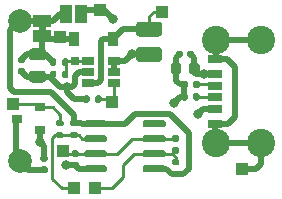
<source format=gbr>
%TF.GenerationSoftware,KiCad,Pcbnew,(5.1.10)-1*%
%TF.CreationDate,2021-05-31T11:52:34-04:00*%
%TF.ProjectId,Charger,43686172-6765-4722-9e6b-696361645f70,rev?*%
%TF.SameCoordinates,Original*%
%TF.FileFunction,Copper,L2,Bot*%
%TF.FilePolarity,Positive*%
%FSLAX46Y46*%
G04 Gerber Fmt 4.6, Leading zero omitted, Abs format (unit mm)*
G04 Created by KiCad (PCBNEW (5.1.10)-1) date 2021-05-31 11:52:34*
%MOMM*%
%LPD*%
G01*
G04 APERTURE LIST*
%TA.AperFunction,EtchedComponent*%
%ADD10C,0.100000*%
%TD*%
%TA.AperFunction,SMDPad,CuDef*%
%ADD11R,0.700000X0.700000*%
%TD*%
%TA.AperFunction,ComponentPad*%
%ADD12C,2.000000*%
%TD*%
%TA.AperFunction,ComponentPad*%
%ADD13C,2.400000*%
%TD*%
%TA.AperFunction,SMDPad,CuDef*%
%ADD14R,1.200000X0.800000*%
%TD*%
%TA.AperFunction,SMDPad,CuDef*%
%ADD15R,1.000000X1.000000*%
%TD*%
%TA.AperFunction,SMDPad,CuDef*%
%ADD16R,0.900000X0.800000*%
%TD*%
%TA.AperFunction,SMDPad,CuDef*%
%ADD17R,1.060000X0.650000*%
%TD*%
%TA.AperFunction,SMDPad,CuDef*%
%ADD18R,1.000000X1.500000*%
%TD*%
%TA.AperFunction,SMDPad,CuDef*%
%ADD19R,1.500000X1.000000*%
%TD*%
%TA.AperFunction,SMDPad,CuDef*%
%ADD20R,0.900000X1.200000*%
%TD*%
%TA.AperFunction,ViaPad*%
%ADD21C,0.800000*%
%TD*%
%TA.AperFunction,Conductor*%
%ADD22C,0.500000*%
%TD*%
%TA.AperFunction,Conductor*%
%ADD23C,0.250000*%
%TD*%
G04 APERTURE END LIST*
D10*
%TO.C,JP1*%
G36*
X141900000Y-94900000D02*
G01*
X141900000Y-94400000D01*
X141300000Y-94400000D01*
X141300000Y-94900000D01*
X141900000Y-94900000D01*
G37*
%TD*%
D11*
%TO.P,TP7,1*%
%TO.N,Net-(R4-Pad1)*%
X144400000Y-97400000D03*
%TD*%
D12*
%TO.P,J3,1*%
%TO.N,Net-(C6-Pad1)*%
X139700000Y-105900000D03*
%TD*%
%TO.P,J2,1*%
%TO.N,+9V*%
X139700000Y-94000000D03*
%TD*%
D13*
%TO.P,J1,S1*%
%TO.N,GND*%
X156350000Y-104320000D03*
X156350000Y-95680000D03*
X160150000Y-104320000D03*
X160150000Y-95680000D03*
D14*
%TO.P,J1,A12*%
X156200000Y-102750000D03*
%TO.P,J1,A9*%
%TO.N,VBUS*%
X156200000Y-101520000D03*
%TO.P,J1,B5*%
%TO.N,Net-(J1-PadB5)*%
X156200000Y-100500000D03*
%TO.P,J1,A5*%
%TO.N,Net-(J1-PadA5)*%
X156200000Y-99500000D03*
%TO.P,J1,B9*%
%TO.N,VBUS*%
X156200000Y-98480000D03*
%TO.P,J1,B12*%
%TO.N,GND*%
X156200000Y-97250000D03*
%TD*%
D15*
%TO.P,TP12,1*%
%TO.N,Net-(Q1-Pad1)*%
X139100000Y-101050000D03*
%TD*%
%TO.P,TP11,1*%
%TO.N,Net-(C5-Pad1)*%
X143400000Y-105000000D03*
%TD*%
%TO.P,TP10,1*%
%TO.N,Net-(R7-Pad1)*%
X146100000Y-108200000D03*
%TD*%
%TO.P,TP9,1*%
%TO.N,Net-(R6-Pad1)*%
X144300000Y-108200000D03*
%TD*%
%TO.P,TP8,1*%
%TO.N,VD*%
X143100000Y-95400000D03*
%TD*%
%TO.P,TP6,1*%
%TO.N,Net-(D1-Pad2)*%
X151750000Y-93250000D03*
%TD*%
%TO.P,TP5,1*%
%TO.N,Net-(R3-Pad2)*%
X147500000Y-100900000D03*
%TD*%
%TO.P,TP4,1*%
%TO.N,GND*%
X158500000Y-106600000D03*
%TD*%
%TO.P,TP3,1*%
%TO.N,VBUS*%
X146500000Y-93100000D03*
%TD*%
D16*
%TO.P,Q1,3*%
%TO.N,Net-(C6-Pad1)*%
X139450000Y-102300000D03*
%TO.P,Q1,2*%
%TO.N,GND*%
X141450000Y-103250000D03*
%TO.P,Q1,1*%
%TO.N,Net-(Q1-Pad1)*%
X141450000Y-101350000D03*
%TD*%
D17*
%TO.P,U1,5*%
%TO.N,VBUS*%
X147700000Y-98350000D03*
%TO.P,U1,6*%
%TO.N,Net-(R3-Pad2)*%
X147700000Y-99300000D03*
%TO.P,U1,4*%
%TO.N,VBUS*%
X147700000Y-97400000D03*
%TO.P,U1,3*%
%TO.N,Net-(R4-Pad1)*%
X145500000Y-97400000D03*
%TO.P,U1,2*%
%TO.N,GND*%
X145500000Y-98350000D03*
%TO.P,U1,1*%
%TO.N,Net-(D1-Pad2)*%
X145500000Y-99300000D03*
%TD*%
%TO.P,U2,8*%
%TO.N,+9V*%
%TA.AperFunction,SMDPad,CuDef*%
G36*
G01*
X150100000Y-106705000D02*
X150100000Y-106405000D01*
G75*
G02*
X150250000Y-106255000I150000J0D01*
G01*
X151900000Y-106255000D01*
G75*
G02*
X152050000Y-106405000I0J-150000D01*
G01*
X152050000Y-106705000D01*
G75*
G02*
X151900000Y-106855000I-150000J0D01*
G01*
X150250000Y-106855000D01*
G75*
G02*
X150100000Y-106705000I0J150000D01*
G01*
G37*
%TD.AperFunction*%
%TO.P,U2,7*%
%TO.N,Net-(R7-Pad1)*%
%TA.AperFunction,SMDPad,CuDef*%
G36*
G01*
X150100000Y-105435000D02*
X150100000Y-105135000D01*
G75*
G02*
X150250000Y-104985000I150000J0D01*
G01*
X151900000Y-104985000D01*
G75*
G02*
X152050000Y-105135000I0J-150000D01*
G01*
X152050000Y-105435000D01*
G75*
G02*
X151900000Y-105585000I-150000J0D01*
G01*
X150250000Y-105585000D01*
G75*
G02*
X150100000Y-105435000I0J150000D01*
G01*
G37*
%TD.AperFunction*%
%TO.P,U2,6*%
%TO.N,Net-(C5-Pad1)*%
%TA.AperFunction,SMDPad,CuDef*%
G36*
G01*
X150100000Y-104165000D02*
X150100000Y-103865000D01*
G75*
G02*
X150250000Y-103715000I150000J0D01*
G01*
X151900000Y-103715000D01*
G75*
G02*
X152050000Y-103865000I0J-150000D01*
G01*
X152050000Y-104165000D01*
G75*
G02*
X151900000Y-104315000I-150000J0D01*
G01*
X150250000Y-104315000D01*
G75*
G02*
X150100000Y-104165000I0J150000D01*
G01*
G37*
%TD.AperFunction*%
%TO.P,U2,5*%
%TO.N,N/C*%
%TA.AperFunction,SMDPad,CuDef*%
G36*
G01*
X150100000Y-102895000D02*
X150100000Y-102595000D01*
G75*
G02*
X150250000Y-102445000I150000J0D01*
G01*
X151900000Y-102445000D01*
G75*
G02*
X152050000Y-102595000I0J-150000D01*
G01*
X152050000Y-102895000D01*
G75*
G02*
X151900000Y-103045000I-150000J0D01*
G01*
X150250000Y-103045000D01*
G75*
G02*
X150100000Y-102895000I0J150000D01*
G01*
G37*
%TD.AperFunction*%
%TO.P,U2,4*%
%TO.N,+9V*%
%TA.AperFunction,SMDPad,CuDef*%
G36*
G01*
X145150000Y-102895000D02*
X145150000Y-102595000D01*
G75*
G02*
X145300000Y-102445000I150000J0D01*
G01*
X146950000Y-102445000D01*
G75*
G02*
X147100000Y-102595000I0J-150000D01*
G01*
X147100000Y-102895000D01*
G75*
G02*
X146950000Y-103045000I-150000J0D01*
G01*
X145300000Y-103045000D01*
G75*
G02*
X145150000Y-102895000I0J150000D01*
G01*
G37*
%TD.AperFunction*%
%TO.P,U2,3*%
%TO.N,Net-(R6-Pad1)*%
%TA.AperFunction,SMDPad,CuDef*%
G36*
G01*
X145150000Y-104165000D02*
X145150000Y-103865000D01*
G75*
G02*
X145300000Y-103715000I150000J0D01*
G01*
X146950000Y-103715000D01*
G75*
G02*
X147100000Y-103865000I0J-150000D01*
G01*
X147100000Y-104165000D01*
G75*
G02*
X146950000Y-104315000I-150000J0D01*
G01*
X145300000Y-104315000D01*
G75*
G02*
X145150000Y-104165000I0J150000D01*
G01*
G37*
%TD.AperFunction*%
%TO.P,U2,2*%
%TO.N,Net-(C5-Pad1)*%
%TA.AperFunction,SMDPad,CuDef*%
G36*
G01*
X145150000Y-105435000D02*
X145150000Y-105135000D01*
G75*
G02*
X145300000Y-104985000I150000J0D01*
G01*
X146950000Y-104985000D01*
G75*
G02*
X147100000Y-105135000I0J-150000D01*
G01*
X147100000Y-105435000D01*
G75*
G02*
X146950000Y-105585000I-150000J0D01*
G01*
X145300000Y-105585000D01*
G75*
G02*
X145150000Y-105435000I0J150000D01*
G01*
G37*
%TD.AperFunction*%
%TO.P,U2,1*%
%TO.N,GND*%
%TA.AperFunction,SMDPad,CuDef*%
G36*
G01*
X145150000Y-106705000D02*
X145150000Y-106405000D01*
G75*
G02*
X145300000Y-106255000I150000J0D01*
G01*
X146950000Y-106255000D01*
G75*
G02*
X147100000Y-106405000I0J-150000D01*
G01*
X147100000Y-106705000D01*
G75*
G02*
X146950000Y-106855000I-150000J0D01*
G01*
X145300000Y-106855000D01*
G75*
G02*
X145150000Y-106705000I0J150000D01*
G01*
G37*
%TD.AperFunction*%
%TD*%
%TO.P,R9,2*%
%TO.N,Net-(R6-Pad1)*%
%TA.AperFunction,SMDPad,CuDef*%
G36*
G01*
X142915000Y-103440000D02*
X143285000Y-103440000D01*
G75*
G02*
X143420000Y-103575000I0J-135000D01*
G01*
X143420000Y-103845000D01*
G75*
G02*
X143285000Y-103980000I-135000J0D01*
G01*
X142915000Y-103980000D01*
G75*
G02*
X142780000Y-103845000I0J135000D01*
G01*
X142780000Y-103575000D01*
G75*
G02*
X142915000Y-103440000I135000J0D01*
G01*
G37*
%TD.AperFunction*%
%TO.P,R9,1*%
%TO.N,Net-(Q1-Pad1)*%
%TA.AperFunction,SMDPad,CuDef*%
G36*
G01*
X142915000Y-102420000D02*
X143285000Y-102420000D01*
G75*
G02*
X143420000Y-102555000I0J-135000D01*
G01*
X143420000Y-102825000D01*
G75*
G02*
X143285000Y-102960000I-135000J0D01*
G01*
X142915000Y-102960000D01*
G75*
G02*
X142780000Y-102825000I0J135000D01*
G01*
X142780000Y-102555000D01*
G75*
G02*
X142915000Y-102420000I135000J0D01*
G01*
G37*
%TD.AperFunction*%
%TD*%
%TO.P,R8,2*%
%TO.N,Net-(R7-Pad1)*%
%TA.AperFunction,SMDPad,CuDef*%
G36*
G01*
X152715000Y-104740000D02*
X153085000Y-104740000D01*
G75*
G02*
X153220000Y-104875000I0J-135000D01*
G01*
X153220000Y-105145000D01*
G75*
G02*
X153085000Y-105280000I-135000J0D01*
G01*
X152715000Y-105280000D01*
G75*
G02*
X152580000Y-105145000I0J135000D01*
G01*
X152580000Y-104875000D01*
G75*
G02*
X152715000Y-104740000I135000J0D01*
G01*
G37*
%TD.AperFunction*%
%TO.P,R8,1*%
%TO.N,Net-(C5-Pad1)*%
%TA.AperFunction,SMDPad,CuDef*%
G36*
G01*
X152715000Y-103720000D02*
X153085000Y-103720000D01*
G75*
G02*
X153220000Y-103855000I0J-135000D01*
G01*
X153220000Y-104125000D01*
G75*
G02*
X153085000Y-104260000I-135000J0D01*
G01*
X152715000Y-104260000D01*
G75*
G02*
X152580000Y-104125000I0J135000D01*
G01*
X152580000Y-103855000D01*
G75*
G02*
X152715000Y-103720000I135000J0D01*
G01*
G37*
%TD.AperFunction*%
%TD*%
%TO.P,R7,2*%
%TO.N,+9V*%
%TA.AperFunction,SMDPad,CuDef*%
G36*
G01*
X152715000Y-106740000D02*
X153085000Y-106740000D01*
G75*
G02*
X153220000Y-106875000I0J-135000D01*
G01*
X153220000Y-107145000D01*
G75*
G02*
X153085000Y-107280000I-135000J0D01*
G01*
X152715000Y-107280000D01*
G75*
G02*
X152580000Y-107145000I0J135000D01*
G01*
X152580000Y-106875000D01*
G75*
G02*
X152715000Y-106740000I135000J0D01*
G01*
G37*
%TD.AperFunction*%
%TO.P,R7,1*%
%TO.N,Net-(R7-Pad1)*%
%TA.AperFunction,SMDPad,CuDef*%
G36*
G01*
X152715000Y-105720000D02*
X153085000Y-105720000D01*
G75*
G02*
X153220000Y-105855000I0J-135000D01*
G01*
X153220000Y-106125000D01*
G75*
G02*
X153085000Y-106260000I-135000J0D01*
G01*
X152715000Y-106260000D01*
G75*
G02*
X152580000Y-106125000I0J135000D01*
G01*
X152580000Y-105855000D01*
G75*
G02*
X152715000Y-105720000I135000J0D01*
G01*
G37*
%TD.AperFunction*%
%TD*%
%TO.P,R6,2*%
%TO.N,+9V*%
%TA.AperFunction,SMDPad,CuDef*%
G36*
G01*
X144485000Y-102960000D02*
X144115000Y-102960000D01*
G75*
G02*
X143980000Y-102825000I0J135000D01*
G01*
X143980000Y-102555000D01*
G75*
G02*
X144115000Y-102420000I135000J0D01*
G01*
X144485000Y-102420000D01*
G75*
G02*
X144620000Y-102555000I0J-135000D01*
G01*
X144620000Y-102825000D01*
G75*
G02*
X144485000Y-102960000I-135000J0D01*
G01*
G37*
%TD.AperFunction*%
%TO.P,R6,1*%
%TO.N,Net-(R6-Pad1)*%
%TA.AperFunction,SMDPad,CuDef*%
G36*
G01*
X144485000Y-103980000D02*
X144115000Y-103980000D01*
G75*
G02*
X143980000Y-103845000I0J135000D01*
G01*
X143980000Y-103575000D01*
G75*
G02*
X144115000Y-103440000I135000J0D01*
G01*
X144485000Y-103440000D01*
G75*
G02*
X144620000Y-103575000I0J-135000D01*
G01*
X144620000Y-103845000D01*
G75*
G02*
X144485000Y-103980000I-135000J0D01*
G01*
G37*
%TD.AperFunction*%
%TD*%
%TO.P,R5,2*%
%TO.N,Net-(R4-Pad1)*%
%TA.AperFunction,SMDPad,CuDef*%
G36*
G01*
X143290000Y-98735000D02*
X143290000Y-98365000D01*
G75*
G02*
X143425000Y-98230000I135000J0D01*
G01*
X143695000Y-98230000D01*
G75*
G02*
X143830000Y-98365000I0J-135000D01*
G01*
X143830000Y-98735000D01*
G75*
G02*
X143695000Y-98870000I-135000J0D01*
G01*
X143425000Y-98870000D01*
G75*
G02*
X143290000Y-98735000I0J135000D01*
G01*
G37*
%TD.AperFunction*%
%TO.P,R5,1*%
%TO.N,GND*%
%TA.AperFunction,SMDPad,CuDef*%
G36*
G01*
X142270000Y-98735000D02*
X142270000Y-98365000D01*
G75*
G02*
X142405000Y-98230000I135000J0D01*
G01*
X142675000Y-98230000D01*
G75*
G02*
X142810000Y-98365000I0J-135000D01*
G01*
X142810000Y-98735000D01*
G75*
G02*
X142675000Y-98870000I-135000J0D01*
G01*
X142405000Y-98870000D01*
G75*
G02*
X142270000Y-98735000I0J135000D01*
G01*
G37*
%TD.AperFunction*%
%TD*%
%TO.P,R4,2*%
%TO.N,VD*%
%TA.AperFunction,SMDPad,CuDef*%
G36*
G01*
X142810000Y-97327436D02*
X142810000Y-97697436D01*
G75*
G02*
X142675000Y-97832436I-135000J0D01*
G01*
X142405000Y-97832436D01*
G75*
G02*
X142270000Y-97697436I0J135000D01*
G01*
X142270000Y-97327436D01*
G75*
G02*
X142405000Y-97192436I135000J0D01*
G01*
X142675000Y-97192436D01*
G75*
G02*
X142810000Y-97327436I0J-135000D01*
G01*
G37*
%TD.AperFunction*%
%TO.P,R4,1*%
%TO.N,Net-(R4-Pad1)*%
%TA.AperFunction,SMDPad,CuDef*%
G36*
G01*
X143830000Y-97327436D02*
X143830000Y-97697436D01*
G75*
G02*
X143695000Y-97832436I-135000J0D01*
G01*
X143425000Y-97832436D01*
G75*
G02*
X143290000Y-97697436I0J135000D01*
G01*
X143290000Y-97327436D01*
G75*
G02*
X143425000Y-97192436I135000J0D01*
G01*
X143695000Y-97192436D01*
G75*
G02*
X143830000Y-97327436I0J-135000D01*
G01*
G37*
%TD.AperFunction*%
%TD*%
%TO.P,R3,2*%
%TO.N,Net-(R3-Pad2)*%
%TA.AperFunction,SMDPad,CuDef*%
G36*
G01*
X146090000Y-100835000D02*
X146090000Y-100465000D01*
G75*
G02*
X146225000Y-100330000I135000J0D01*
G01*
X146495000Y-100330000D01*
G75*
G02*
X146630000Y-100465000I0J-135000D01*
G01*
X146630000Y-100835000D01*
G75*
G02*
X146495000Y-100970000I-135000J0D01*
G01*
X146225000Y-100970000D01*
G75*
G02*
X146090000Y-100835000I0J135000D01*
G01*
G37*
%TD.AperFunction*%
%TO.P,R3,1*%
%TO.N,GND*%
%TA.AperFunction,SMDPad,CuDef*%
G36*
G01*
X145070000Y-100835000D02*
X145070000Y-100465000D01*
G75*
G02*
X145205000Y-100330000I135000J0D01*
G01*
X145475000Y-100330000D01*
G75*
G02*
X145610000Y-100465000I0J-135000D01*
G01*
X145610000Y-100835000D01*
G75*
G02*
X145475000Y-100970000I-135000J0D01*
G01*
X145205000Y-100970000D01*
G75*
G02*
X145070000Y-100835000I0J135000D01*
G01*
G37*
%TD.AperFunction*%
%TD*%
%TO.P,R2,2*%
%TO.N,Net-(J1-PadA5)*%
%TA.AperFunction,SMDPad,CuDef*%
G36*
G01*
X154390000Y-99585000D02*
X154390000Y-99215000D01*
G75*
G02*
X154525000Y-99080000I135000J0D01*
G01*
X154795000Y-99080000D01*
G75*
G02*
X154930000Y-99215000I0J-135000D01*
G01*
X154930000Y-99585000D01*
G75*
G02*
X154795000Y-99720000I-135000J0D01*
G01*
X154525000Y-99720000D01*
G75*
G02*
X154390000Y-99585000I0J135000D01*
G01*
G37*
%TD.AperFunction*%
%TO.P,R2,1*%
%TO.N,GND*%
%TA.AperFunction,SMDPad,CuDef*%
G36*
G01*
X153370000Y-99585000D02*
X153370000Y-99215000D01*
G75*
G02*
X153505000Y-99080000I135000J0D01*
G01*
X153775000Y-99080000D01*
G75*
G02*
X153910000Y-99215000I0J-135000D01*
G01*
X153910000Y-99585000D01*
G75*
G02*
X153775000Y-99720000I-135000J0D01*
G01*
X153505000Y-99720000D01*
G75*
G02*
X153370000Y-99585000I0J135000D01*
G01*
G37*
%TD.AperFunction*%
%TD*%
%TO.P,R1,2*%
%TO.N,Net-(J1-PadB5)*%
%TA.AperFunction,SMDPad,CuDef*%
G36*
G01*
X154390000Y-100635000D02*
X154390000Y-100265000D01*
G75*
G02*
X154525000Y-100130000I135000J0D01*
G01*
X154795000Y-100130000D01*
G75*
G02*
X154930000Y-100265000I0J-135000D01*
G01*
X154930000Y-100635000D01*
G75*
G02*
X154795000Y-100770000I-135000J0D01*
G01*
X154525000Y-100770000D01*
G75*
G02*
X154390000Y-100635000I0J135000D01*
G01*
G37*
%TD.AperFunction*%
%TO.P,R1,1*%
%TO.N,GND*%
%TA.AperFunction,SMDPad,CuDef*%
G36*
G01*
X153370000Y-100635000D02*
X153370000Y-100265000D01*
G75*
G02*
X153505000Y-100130000I135000J0D01*
G01*
X153775000Y-100130000D01*
G75*
G02*
X153910000Y-100265000I0J-135000D01*
G01*
X153910000Y-100635000D01*
G75*
G02*
X153775000Y-100770000I-135000J0D01*
G01*
X153505000Y-100770000D01*
G75*
G02*
X153370000Y-100635000I0J135000D01*
G01*
G37*
%TD.AperFunction*%
%TD*%
%TO.P,L1,2*%
%TO.N,Net-(D1-Pad2)*%
%TA.AperFunction,SMDPad,CuDef*%
G36*
G01*
X151500000Y-95350000D02*
X149800000Y-95350000D01*
G75*
G02*
X149550000Y-95100000I0J250000D01*
G01*
X149550000Y-94350000D01*
G75*
G02*
X149800000Y-94100000I250000J0D01*
G01*
X151500000Y-94100000D01*
G75*
G02*
X151750000Y-94350000I0J-250000D01*
G01*
X151750000Y-95100000D01*
G75*
G02*
X151500000Y-95350000I-250000J0D01*
G01*
G37*
%TD.AperFunction*%
%TO.P,L1,1*%
%TO.N,VBUS*%
%TA.AperFunction,SMDPad,CuDef*%
G36*
G01*
X151500000Y-97500000D02*
X149800000Y-97500000D01*
G75*
G02*
X149550000Y-97250000I0J250000D01*
G01*
X149550000Y-96500000D01*
G75*
G02*
X149800000Y-96250000I250000J0D01*
G01*
X151500000Y-96250000D01*
G75*
G02*
X151750000Y-96500000I0J-250000D01*
G01*
X151750000Y-97250000D01*
G75*
G02*
X151500000Y-97500000I-250000J0D01*
G01*
G37*
%TD.AperFunction*%
%TD*%
D18*
%TO.P,JP2,1*%
%TO.N,VBUS*%
X144900000Y-93400000D03*
%TO.P,JP2,2*%
%TO.N,+9V*%
X143600000Y-93400000D03*
%TD*%
D19*
%TO.P,JP1,2*%
%TO.N,+9V*%
X141600000Y-94000000D03*
%TO.P,JP1,1*%
%TO.N,VD*%
X141600000Y-95300000D03*
%TD*%
D20*
%TO.P,D1,2*%
%TO.N,Net-(D1-Pad2)*%
X147600000Y-95550000D03*
%TO.P,D1,1*%
%TO.N,VD*%
X144300000Y-95550000D03*
%TD*%
%TO.P,C6,2*%
%TO.N,GND*%
%TA.AperFunction,SMDPad,CuDef*%
G36*
G01*
X141920000Y-105950000D02*
X141580000Y-105950000D01*
G75*
G02*
X141440000Y-105810000I0J140000D01*
G01*
X141440000Y-105530000D01*
G75*
G02*
X141580000Y-105390000I140000J0D01*
G01*
X141920000Y-105390000D01*
G75*
G02*
X142060000Y-105530000I0J-140000D01*
G01*
X142060000Y-105810000D01*
G75*
G02*
X141920000Y-105950000I-140000J0D01*
G01*
G37*
%TD.AperFunction*%
%TO.P,C6,1*%
%TO.N,Net-(C6-Pad1)*%
%TA.AperFunction,SMDPad,CuDef*%
G36*
G01*
X141920000Y-106910000D02*
X141580000Y-106910000D01*
G75*
G02*
X141440000Y-106770000I0J140000D01*
G01*
X141440000Y-106490000D01*
G75*
G02*
X141580000Y-106350000I140000J0D01*
G01*
X141920000Y-106350000D01*
G75*
G02*
X142060000Y-106490000I0J-140000D01*
G01*
X142060000Y-106770000D01*
G75*
G02*
X141920000Y-106910000I-140000J0D01*
G01*
G37*
%TD.AperFunction*%
%TD*%
%TO.P,C5,2*%
%TO.N,GND*%
%TA.AperFunction,SMDPad,CuDef*%
G36*
G01*
X144230000Y-105950000D02*
X144570000Y-105950000D01*
G75*
G02*
X144710000Y-106090000I0J-140000D01*
G01*
X144710000Y-106370000D01*
G75*
G02*
X144570000Y-106510000I-140000J0D01*
G01*
X144230000Y-106510000D01*
G75*
G02*
X144090000Y-106370000I0J140000D01*
G01*
X144090000Y-106090000D01*
G75*
G02*
X144230000Y-105950000I140000J0D01*
G01*
G37*
%TD.AperFunction*%
%TO.P,C5,1*%
%TO.N,Net-(C5-Pad1)*%
%TA.AperFunction,SMDPad,CuDef*%
G36*
G01*
X144230000Y-104990000D02*
X144570000Y-104990000D01*
G75*
G02*
X144710000Y-105130000I0J-140000D01*
G01*
X144710000Y-105410000D01*
G75*
G02*
X144570000Y-105550000I-140000J0D01*
G01*
X144230000Y-105550000D01*
G75*
G02*
X144090000Y-105410000I0J140000D01*
G01*
X144090000Y-105130000D01*
G75*
G02*
X144230000Y-104990000I140000J0D01*
G01*
G37*
%TD.AperFunction*%
%TD*%
%TO.P,C4,2*%
%TO.N,GND*%
%TA.AperFunction,SMDPad,CuDef*%
G36*
G01*
X140725000Y-98250000D02*
X141675000Y-98250000D01*
G75*
G02*
X141925000Y-98500000I0J-250000D01*
G01*
X141925000Y-99000000D01*
G75*
G02*
X141675000Y-99250000I-250000J0D01*
G01*
X140725000Y-99250000D01*
G75*
G02*
X140475000Y-99000000I0J250000D01*
G01*
X140475000Y-98500000D01*
G75*
G02*
X140725000Y-98250000I250000J0D01*
G01*
G37*
%TD.AperFunction*%
%TO.P,C4,1*%
%TO.N,VD*%
%TA.AperFunction,SMDPad,CuDef*%
G36*
G01*
X140725000Y-96350000D02*
X141675000Y-96350000D01*
G75*
G02*
X141925000Y-96600000I0J-250000D01*
G01*
X141925000Y-97100000D01*
G75*
G02*
X141675000Y-97350000I-250000J0D01*
G01*
X140725000Y-97350000D01*
G75*
G02*
X140475000Y-97100000I0J250000D01*
G01*
X140475000Y-96600000D01*
G75*
G02*
X140725000Y-96350000I250000J0D01*
G01*
G37*
%TD.AperFunction*%
%TD*%
%TO.P,C3,2*%
%TO.N,GND*%
%TA.AperFunction,SMDPad,CuDef*%
G36*
G01*
X139680000Y-98000000D02*
X140020000Y-98000000D01*
G75*
G02*
X140160000Y-98140000I0J-140000D01*
G01*
X140160000Y-98420000D01*
G75*
G02*
X140020000Y-98560000I-140000J0D01*
G01*
X139680000Y-98560000D01*
G75*
G02*
X139540000Y-98420000I0J140000D01*
G01*
X139540000Y-98140000D01*
G75*
G02*
X139680000Y-98000000I140000J0D01*
G01*
G37*
%TD.AperFunction*%
%TO.P,C3,1*%
%TO.N,VD*%
%TA.AperFunction,SMDPad,CuDef*%
G36*
G01*
X139680000Y-97040000D02*
X140020000Y-97040000D01*
G75*
G02*
X140160000Y-97180000I0J-140000D01*
G01*
X140160000Y-97460000D01*
G75*
G02*
X140020000Y-97600000I-140000J0D01*
G01*
X139680000Y-97600000D01*
G75*
G02*
X139540000Y-97460000I0J140000D01*
G01*
X139540000Y-97180000D01*
G75*
G02*
X139680000Y-97040000I140000J0D01*
G01*
G37*
%TD.AperFunction*%
%TD*%
%TO.P,C2,2*%
%TO.N,GND*%
%TA.AperFunction,SMDPad,CuDef*%
G36*
G01*
X153375000Y-97800000D02*
X153375000Y-98300000D01*
G75*
G02*
X153150000Y-98525000I-225000J0D01*
G01*
X152700000Y-98525000D01*
G75*
G02*
X152475000Y-98300000I0J225000D01*
G01*
X152475000Y-97800000D01*
G75*
G02*
X152700000Y-97575000I225000J0D01*
G01*
X153150000Y-97575000D01*
G75*
G02*
X153375000Y-97800000I0J-225000D01*
G01*
G37*
%TD.AperFunction*%
%TO.P,C2,1*%
%TO.N,VBUS*%
%TA.AperFunction,SMDPad,CuDef*%
G36*
G01*
X154925000Y-97800000D02*
X154925000Y-98300000D01*
G75*
G02*
X154700000Y-98525000I-225000J0D01*
G01*
X154250000Y-98525000D01*
G75*
G02*
X154025000Y-98300000I0J225000D01*
G01*
X154025000Y-97800000D01*
G75*
G02*
X154250000Y-97575000I225000J0D01*
G01*
X154700000Y-97575000D01*
G75*
G02*
X154925000Y-97800000I0J-225000D01*
G01*
G37*
%TD.AperFunction*%
%TD*%
%TO.P,C1,2*%
%TO.N,GND*%
%TA.AperFunction,SMDPad,CuDef*%
G36*
G01*
X153500000Y-96680000D02*
X153500000Y-97020000D01*
G75*
G02*
X153360000Y-97160000I-140000J0D01*
G01*
X153080000Y-97160000D01*
G75*
G02*
X152940000Y-97020000I0J140000D01*
G01*
X152940000Y-96680000D01*
G75*
G02*
X153080000Y-96540000I140000J0D01*
G01*
X153360000Y-96540000D01*
G75*
G02*
X153500000Y-96680000I0J-140000D01*
G01*
G37*
%TD.AperFunction*%
%TO.P,C1,1*%
%TO.N,VBUS*%
%TA.AperFunction,SMDPad,CuDef*%
G36*
G01*
X154460000Y-96680000D02*
X154460000Y-97020000D01*
G75*
G02*
X154320000Y-97160000I-140000J0D01*
G01*
X154040000Y-97160000D01*
G75*
G02*
X153900000Y-97020000I0J140000D01*
G01*
X153900000Y-96680000D01*
G75*
G02*
X154040000Y-96540000I140000J0D01*
G01*
X154320000Y-96540000D01*
G75*
G02*
X154460000Y-96680000I0J-140000D01*
G01*
G37*
%TD.AperFunction*%
%TD*%
D21*
%TO.N,GND*%
X141450000Y-104250000D03*
X143650000Y-106250000D03*
X143700000Y-99600000D03*
X152750000Y-100950000D03*
%TO.N,VBUS*%
X155270000Y-98480000D03*
X154800000Y-101900000D03*
X149200000Y-96850000D03*
X147600000Y-93850000D03*
%TD*%
D22*
%TO.N,GND*%
X156350000Y-95680000D02*
X160150000Y-95680000D01*
X157250000Y-97250000D02*
X157900000Y-97900000D01*
X156200000Y-97250000D02*
X157250000Y-97250000D01*
X157300000Y-102750000D02*
X157900000Y-102150000D01*
X156200000Y-102750000D02*
X157300000Y-102750000D01*
X157900000Y-102150000D02*
X157900000Y-97900000D01*
X156350000Y-104320000D02*
X160150000Y-104320000D01*
X156200000Y-104170000D02*
X156350000Y-104320000D01*
X156200000Y-102750000D02*
X156200000Y-104170000D01*
X156350000Y-97100000D02*
X156200000Y-97250000D01*
X156350000Y-95680000D02*
X156350000Y-97100000D01*
X143150000Y-99600000D02*
X142370834Y-98820834D01*
X143700000Y-99600000D02*
X143150000Y-99600000D01*
X145500000Y-98350000D02*
X144700000Y-98350000D01*
X144700000Y-98350000D02*
X144400000Y-98650000D01*
X144400000Y-98650000D02*
X144400000Y-99350000D01*
X144150000Y-99600000D02*
X143700000Y-99600000D01*
X144400000Y-99350000D02*
X144150000Y-99600000D01*
X142540000Y-98651668D02*
X142370834Y-98820834D01*
X142540000Y-98550000D02*
X142540000Y-98651668D01*
X141450000Y-104250000D02*
X141450000Y-103250000D01*
X141780000Y-104580000D02*
X141780000Y-105650000D01*
X141450000Y-104250000D02*
X141780000Y-104580000D01*
X140320000Y-98750000D02*
X141200000Y-98750000D01*
X139850000Y-98280000D02*
X140320000Y-98750000D01*
X142340000Y-98750000D02*
X141200000Y-98750000D01*
X142540000Y-98550000D02*
X142340000Y-98750000D01*
X144380000Y-106250000D02*
X144400000Y-106230000D01*
X143650000Y-106250000D02*
X144380000Y-106250000D01*
X144725000Y-106555000D02*
X144400000Y-106230000D01*
X146125000Y-106555000D02*
X144725000Y-106555000D01*
X153640000Y-99400000D02*
X153250000Y-99400000D01*
X153640000Y-99400000D02*
X153640000Y-100450000D01*
X160150000Y-104320000D02*
X160150000Y-106150000D01*
X159700000Y-106600000D02*
X158500000Y-106600000D01*
X160150000Y-106150000D02*
X159700000Y-106600000D01*
X145340000Y-100650000D02*
X144300000Y-100650000D01*
X143700000Y-100050000D02*
X143700000Y-99600000D01*
X144300000Y-100650000D02*
X143700000Y-100050000D01*
X152750000Y-100950000D02*
X152900000Y-100900000D01*
X152925000Y-99075000D02*
X152925000Y-98050000D01*
X153250000Y-99400000D02*
X152925000Y-99075000D01*
X153250000Y-100450000D02*
X152750000Y-100950000D01*
X153640000Y-100450000D02*
X153250000Y-100450000D01*
X152925000Y-97145000D02*
X152925000Y-98050000D01*
X153220000Y-96850000D02*
X152925000Y-97145000D01*
%TO.N,VBUS*%
X156200000Y-98480000D02*
X155270000Y-98480000D01*
X154495000Y-98030000D02*
X154475000Y-98050000D01*
X155270000Y-98480000D02*
X154595000Y-98480000D01*
X150625000Y-96850000D02*
X150650000Y-96875000D01*
X149200000Y-96850000D02*
X150625000Y-96850000D01*
X147150000Y-93400000D02*
X147600000Y-93850000D01*
X148650000Y-97400000D02*
X147700000Y-97400000D01*
X149200000Y-96850000D02*
X148650000Y-97400000D01*
X147700000Y-97400000D02*
X147700000Y-98350000D01*
X146850000Y-93100000D02*
X147150000Y-93400000D01*
X146500000Y-93100000D02*
X146850000Y-93100000D01*
X154475000Y-98360000D02*
X154595000Y-98480000D01*
X154475000Y-98050000D02*
X154475000Y-98360000D01*
X154475000Y-97145000D02*
X154475000Y-98050000D01*
X154180000Y-96850000D02*
X154475000Y-97145000D01*
X155180000Y-101520000D02*
X154800000Y-101900000D01*
X156200000Y-101520000D02*
X155180000Y-101520000D01*
X145200000Y-93100000D02*
X144900000Y-93400000D01*
X146500000Y-93100000D02*
X145200000Y-93100000D01*
%TO.N,VD*%
X141850000Y-95550000D02*
X141600000Y-95300000D01*
X144300000Y-95550000D02*
X141850000Y-95550000D01*
X141600000Y-96450000D02*
X141200000Y-96850000D01*
X141600000Y-95300000D02*
X141600000Y-96450000D01*
X141877564Y-96850000D02*
X141200000Y-96850000D01*
X142540000Y-97512436D02*
X141877564Y-96850000D01*
X140320000Y-96850000D02*
X139850000Y-97320000D01*
X141200000Y-96850000D02*
X140320000Y-96850000D01*
D23*
%TO.N,Net-(C5-Pad1)*%
X144415000Y-105285000D02*
X144400000Y-105270000D01*
X146125000Y-105285000D02*
X144415000Y-105285000D01*
X146125000Y-105285000D02*
X147915000Y-105285000D01*
X149185000Y-104015000D02*
X151075000Y-104015000D01*
X147915000Y-105285000D02*
X149185000Y-104015000D01*
X151100000Y-103990000D02*
X151075000Y-104015000D01*
X152900000Y-103990000D02*
X151100000Y-103990000D01*
X143620000Y-105270000D02*
X143350000Y-105000000D01*
X144400000Y-105270000D02*
X143520000Y-105270000D01*
D22*
%TO.N,Net-(C6-Pad1)*%
X139450000Y-105650000D02*
X139400000Y-105700000D01*
X139400000Y-102350000D02*
X139450000Y-102300000D01*
X139400000Y-105700000D02*
X139400000Y-102350000D01*
X140430000Y-106630000D02*
X139700000Y-105900000D01*
X141750000Y-106630000D02*
X140430000Y-106630000D01*
D23*
%TO.N,Net-(D1-Pad2)*%
X150650000Y-94725000D02*
X150650000Y-93650000D01*
X151050000Y-93250000D02*
X151750000Y-93250000D01*
X150650000Y-93650000D02*
X151050000Y-93250000D01*
D22*
X146350000Y-99300000D02*
X146600000Y-99050000D01*
X145500000Y-99300000D02*
X146350000Y-99300000D01*
X146600000Y-99050000D02*
X146600000Y-95700000D01*
X147600000Y-95550000D02*
X146750000Y-95550000D01*
X147600000Y-95550000D02*
X148425000Y-94725000D01*
X148425000Y-94725000D02*
X150650000Y-94725000D01*
X146600000Y-95700000D02*
X146750000Y-95550000D01*
D23*
%TO.N,Net-(J1-PadB5)*%
X156150000Y-100450000D02*
X156200000Y-100500000D01*
X154660000Y-100450000D02*
X156150000Y-100450000D01*
%TO.N,Net-(J1-PadA5)*%
X156100000Y-99400000D02*
X156200000Y-99500000D01*
X154660000Y-99400000D02*
X156100000Y-99400000D01*
D22*
%TO.N,+9V*%
X142500000Y-94000000D02*
X143100000Y-93400000D01*
X141600000Y-94000000D02*
X142500000Y-94000000D01*
X143600000Y-93400000D02*
X143100000Y-93400000D01*
X139700000Y-94000000D02*
X139400000Y-94300000D01*
X141600000Y-94000000D02*
X139700000Y-94000000D01*
X142350000Y-100050000D02*
X144300000Y-102000000D01*
X144300000Y-102000000D02*
X144300000Y-102690000D01*
X139250000Y-100050000D02*
X142350000Y-100050000D01*
X138875000Y-99675000D02*
X139250000Y-100050000D01*
X138875000Y-94825000D02*
X138875000Y-99675000D01*
X139400000Y-94300000D02*
X138875000Y-94825000D01*
X146125000Y-102745000D02*
X144945000Y-102745000D01*
X144890000Y-102690000D02*
X144300000Y-102690000D01*
X144945000Y-102745000D02*
X144890000Y-102690000D01*
X152900000Y-107010000D02*
X152560000Y-107010000D01*
X152105000Y-106555000D02*
X151075000Y-106555000D01*
X152560000Y-107010000D02*
X152105000Y-106555000D01*
X146125000Y-102745000D02*
X148655000Y-102745000D01*
X148655000Y-102745000D02*
X149500000Y-101900000D01*
X149500000Y-101900000D02*
X152400000Y-101900000D01*
X152400000Y-101900000D02*
X154000000Y-103500000D01*
X154000000Y-103500000D02*
X154000000Y-106550000D01*
X153540000Y-107010000D02*
X152900000Y-107010000D01*
X154000000Y-106550000D02*
X153540000Y-107010000D01*
D23*
%TO.N,Net-(Q1-Pad1)*%
X143100000Y-102690000D02*
X143100000Y-101950000D01*
X142500000Y-101350000D02*
X141450000Y-101350000D01*
X143100000Y-101950000D02*
X142500000Y-101350000D01*
X141150000Y-101050000D02*
X139100000Y-101050000D01*
X141450000Y-101350000D02*
X141150000Y-101050000D01*
%TO.N,Net-(R3-Pad2)*%
X147700000Y-100700000D02*
X147500000Y-100900000D01*
X147700000Y-99300000D02*
X147700000Y-100700000D01*
X147250000Y-100650000D02*
X147500000Y-100900000D01*
X146360000Y-100650000D02*
X147250000Y-100650000D01*
%TO.N,Net-(R4-Pad1)*%
X143649231Y-98562436D02*
X143649231Y-97512436D01*
X143672436Y-97400000D02*
X143560000Y-97512436D01*
X145500000Y-97400000D02*
X143672436Y-97400000D01*
%TO.N,Net-(R6-Pad1)*%
X144300000Y-103710000D02*
X143100000Y-103710000D01*
X144300000Y-103710000D02*
X144710000Y-103710000D01*
X145015000Y-104015000D02*
X146125000Y-104015000D01*
X144710000Y-103710000D02*
X145015000Y-104015000D01*
X143250000Y-108200000D02*
X144300000Y-108200000D01*
X142450000Y-107400000D02*
X143250000Y-108200000D01*
X142450000Y-103950000D02*
X142450000Y-107400000D01*
X142690000Y-103710000D02*
X142450000Y-103950000D01*
X143100000Y-103710000D02*
X142690000Y-103710000D01*
%TO.N,Net-(R7-Pad1)*%
X152625000Y-105285000D02*
X152900000Y-105010000D01*
X151075000Y-105285000D02*
X152625000Y-105285000D01*
X152900000Y-105560000D02*
X152625000Y-105285000D01*
X152900000Y-105990000D02*
X152900000Y-105560000D01*
X151075000Y-105285000D02*
X149365000Y-105285000D01*
X148450000Y-106200000D02*
X148450000Y-107250000D01*
X149365000Y-105285000D02*
X148450000Y-106200000D01*
X147500000Y-108200000D02*
X146100000Y-108200000D01*
X148450000Y-107250000D02*
X147500000Y-108200000D01*
%TD*%
M02*

</source>
